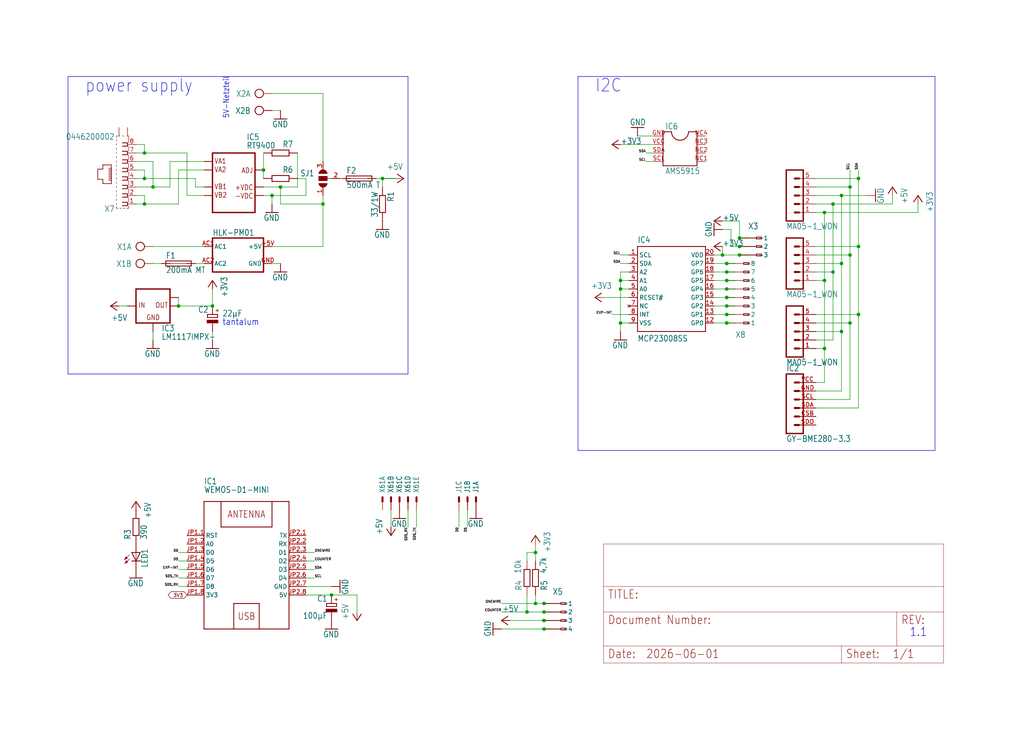
<source format=kicad_sch>
(kicad_sch (version 20230121) (generator eeschema)
  (paper "User" 305.994 218.491)
  (lib_symbols
    (symbol "UniSeb8266-eagle-import:+3V3" (power)
      (property "Value" "+3V3" (at -2.54 -5.08 90))
      (symbol "+3V3_1_0"
        (pin power_in line (at 0 -2.54 90) (length 2.54) (name "+3V3") (number "1"))
      )
    )
    (symbol "UniSeb8266-eagle-import:+5V" (power)
      (property "Value" "+5V" (at -2.54 -5.08 90))
      (symbol "+5V_1_0"
        (pin power_in line (at 0 -2.54 90) (length 2.54) (name "+5V") (number "1"))
      )
    )
    (symbol "UniSeb8266-eagle-import:0446200002"
      (property "Reference" "X" (at 3.81 10.668 0))
      (symbol "0446200002_1_0"
        (pin passive line (at -2.54 10.16 0) (length 2.54) (name "1") (number "1"))
        (pin passive line (at -2.54 7.62 0) (length 2.54) (name "2") (number "2"))
        (pin passive line (at -2.54 5.08 0) (length 2.54) (name "3") (number "3"))
        (pin passive line (at -2.54 2.54 0) (length 2.54) (name "4") (number "4"))
        (pin passive line (at -2.54 0 0) (length 2.54) (name "5") (number "5"))
        (pin passive line (at -2.54 -2.54 0) (length 2.54) (name "6") (number "6"))
        (pin passive line (at -2.54 -5.08 0) (length 2.54) (name "7") (number "7"))
        (pin passive line (at -2.54 -7.62 0) (length 2.54) (name "8") (number "8"))
        (pin passive line (at 0 -12.7 90) (length 2.54) (name "S1") (number "S@1"))
        (pin passive line (at 2.54 -12.7 90) (length 2.54) (name "S2") (number "S@2"))
      )
    )
    (symbol "UniSeb8266-eagle-import:22-?-0327-2031"
      (property "Reference" "J" (at 2.54 -0.762 0))
      (symbol "22-?-0327-2031_1_0"
        (pin passive line (at -2.54 0 0) (length 2.54) (name "S") (number "1"))
      )
      (symbol "22-?-0327-2031_2_0"
        (pin passive line (at -2.54 0 0) (length 2.54) (name "S") (number "2"))
      )
      (symbol "22-?-0327-2031_3_0"
        (pin passive line (at -2.54 0 0) (length 2.54) (name "S") (number "3"))
      )
    )
    (symbol "UniSeb8266-eagle-import:233-503"
      (property "Reference" "X" (at -5.08 5.08 0))
      (symbol "233-503_1_0"
        (pin passive line (at -5.08 2.54 0) (length 2.54) (name "-1") (number "A1"))
        (pin passive line (at -5.08 0 0) (length 2.54) (name "-2") (number "A2"))
        (pin passive line (at -5.08 -2.54 0) (length 2.54) (name "-3") (number "A3"))
        (pin passive line (at -7.62 2.54 0) (length 2.54) (name "B-1") (number "B1"))
        (pin passive line (at -7.62 0 0) (length 2.54) (name "B-2") (number "B2"))
        (pin passive line (at -7.62 -2.54 0) (length 2.54) (name "B-3") (number "B3"))
      )
    )
    (symbol "UniSeb8266-eagle-import:233-504"
      (property "Reference" "X" (at -5.08 5.08 0))
      (symbol "233-504_1_0"
        (pin passive line (at -5.08 2.54 0) (length 2.54) (name "-1") (number "A1"))
        (pin passive line (at -5.08 0 0) (length 2.54) (name "-2") (number "A2"))
        (pin passive line (at -5.08 -2.54 0) (length 2.54) (name "-3") (number "A3"))
        (pin passive line (at -5.08 -5.08 0) (length 2.54) (name "-4") (number "A4"))
        (pin passive line (at -7.62 2.54 0) (length 2.54) (name "B-1") (number "B1"))
        (pin passive line (at -7.62 0 0) (length 2.54) (name "B-2") (number "B2"))
        (pin passive line (at -7.62 -2.54 0) (length 2.54) (name "B-3") (number "B3"))
        (pin passive line (at -7.62 -5.08 0) (length 2.54) (name "B-4") (number "B4"))
      )
    )
    (symbol "UniSeb8266-eagle-import:233-508"
      (property "Reference" "X" (at -5.08 10.16 0))
      (symbol "233-508_1_0"
        (pin passive line (at -5.08 7.62 0) (length 2.54) (name "-1") (number "A1"))
        (pin passive line (at -5.08 5.08 0) (length 2.54) (name "-2") (number "A2"))
        (pin passive line (at -5.08 2.54 0) (length 2.54) (name "-3") (number "A3"))
        (pin passive line (at -5.08 0 0) (length 2.54) (name "-4") (number "A4"))
        (pin passive line (at -5.08 -2.54 0) (length 2.54) (name "-5") (number "A5"))
        (pin passive line (at -5.08 -5.08 0) (length 2.54) (name "-6") (number "A6"))
        (pin passive line (at -5.08 -7.62 0) (length 2.54) (name "-7") (number "A7"))
        (pin passive line (at -5.08 -10.16 0) (length 2.54) (name "-8") (number "A8"))
        (pin passive line (at -7.62 7.62 0) (length 2.54) (name "B-1") (number "B1"))
        (pin passive line (at -7.62 5.08 0) (length 2.54) (name "B-2") (number "B2"))
        (pin passive line (at -7.62 2.54 0) (length 2.54) (name "B-3") (number "B3"))
        (pin passive line (at -7.62 0 0) (length 2.54) (name "B-4") (number "B4"))
        (pin passive line (at -7.62 -2.54 0) (length 2.54) (name "B-5") (number "B5"))
        (pin passive line (at -7.62 -5.08 0) (length 2.54) (name "B-6") (number "B6"))
        (pin passive line (at -7.62 -7.62 0) (length 2.54) (name "B-7") (number "B7"))
        (pin passive line (at -7.62 -10.16 0) (length 2.54) (name "B-8") (number "B8"))
      )
    )
    (symbol "UniSeb8266-eagle-import:AK500/2"
      (property "Reference" "X" (at -1.27 0.889 0))
      (symbol "AK500/2_1_0"
        (pin passive line (at 5.08 0 180) (length 2.54) (name "KL") (number "1"))
      )
      (symbol "AK500/2_2_0"
        (pin passive line (at 5.08 0 180) (length 2.54) (name "KL") (number "2"))
      )
    )
    (symbol "UniSeb8266-eagle-import:AMS5915"
      (property "Reference" "IC" (at -4.445 6.985 0))
      (symbol "AMS5915_1_0"
        (pin passive line (at -7.62 5.08 0) (length 2.54) (name "1") (number "GND"))
        (pin passive line (at 7.62 -2.54 180) (length 2.54) (name "5") (number "NC1"))
        (pin passive line (at 7.62 0 180) (length 2.54) (name "6") (number "NC2"))
        (pin passive line (at 7.62 2.54 180) (length 2.54) (name "7") (number "NC3"))
        (pin passive line (at 7.62 5.08 180) (length 2.54) (name "8") (number "NC4"))
        (pin passive line (at -7.62 -2.54 0) (length 2.54) (name "4") (number "SCL"))
        (pin passive line (at -7.62 0 0) (length 2.54) (name "3") (number "SDA"))
        (pin passive line (at -7.62 2.54 0) (length 2.54) (name "2") (number "VCC"))
      )
    )
    (symbol "UniSeb8266-eagle-import:CPOL-EUE2.5-6"
      (property "Reference" "C" (at 1.143 0.4826 0))
      (symbol "CPOL-EUE2.5-6_1_0"
        (text "+" (at -0.5842 0.4064 900) (effects (font (size 1.27 1.0795)) (justify left bottom)))
        (pin passive line (at 0 2.54 270) (length 2.54) (name "+") (number "+"))
        (pin passive line (at 0 -5.08 90) (length 2.54) (name "-") (number "-"))
      )
    )
    (symbol "UniSeb8266-eagle-import:DINA4_L"
      (symbol "DINA4_L_2_0"
        (text "${#}/${##}" (at 86.36 1.27 0) (effects (font (size 2.54 2.159)) (justify left bottom)))
        (text "${CURRENT_DATE}" (at 12.7 1.27 0) (effects (font (size 2.54 2.159)) (justify left bottom)))
        (text "${PROJECTNAME}" (at 17.78 19.05 0) (effects (font (size 2.54 2.159)) (justify left bottom)))
        (text "Date:" (at 1.27 1.27 0) (effects (font (size 2.54 2.159)) (justify left bottom)))
        (text "Document Number:" (at 1.27 11.43 0) (effects (font (size 2.54 2.159)) (justify left bottom)))
        (text "REV:" (at 88.9 11.43 0) (effects (font (size 2.54 2.159)) (justify left bottom)))
        (text "Sheet:" (at 72.39 1.27 0) (effects (font (size 2.54 2.159)) (justify left bottom)))
        (text "TITLE:" (at 1.27 19.05 0) (effects (font (size 2.54 2.159)) (justify left bottom)))
      )
    )
    (symbol "UniSeb8266-eagle-import:GND" (power)
      (property "Value" "GND" (at -2.54 -2.54 0))
      (symbol "GND_1_0"
        (pin power_in line (at 0 2.54 270) (length 2.54) (name "GND") (number "1"))
      )
    )
    (symbol "UniSeb8266-eagle-import:GY-BME280-3.3"
      (property "Reference" "IC" (at -1.27 8.382 0))
      (symbol "GY-BME280-3.3_1_0"
        (pin passive line (at 7.62 -5.08 180) (length 5.08) (name "CSB") (number "CSB"))
        (pin passive line (at 7.62 2.54 180) (length 5.08) (name "GND") (number "GND"))
        (pin passive line (at 7.62 0 180) (length 5.08) (name "SCL") (number "SCL"))
        (pin passive line (at 7.62 -2.54 180) (length 5.08) (name "SDA") (number "SDA"))
        (pin passive line (at 7.62 -7.62 180) (length 5.08) (name "SDO") (number "SDO"))
        (pin passive line (at 7.62 5.08 180) (length 5.08) (name "VCC") (number "VCC"))
      )
    )
    (symbol "UniSeb8266-eagle-import:HLK-PM01"
      (symbol "HLK-PM01_1_0"
        (pin passive line (at 10.16 2.54 180) (length 2.54) (name "+5V") (number "+5V"))
        (pin input line (at -10.16 2.54 0) (length 2.54) (name "AC1") (number "AC1"))
        (pin input line (at -10.16 -2.54 0) (length 2.54) (name "AC2") (number "AC2"))
        (pin passive line (at 10.16 -2.54 180) (length 2.54) (name "GND") (number "GND"))
      )
    )
    (symbol "UniSeb8266-eagle-import:JST-XH-05-PIN-LONG-PAD"
      (property "Reference" "X" (at 2.54 -0.762 0))
      (symbol "JST-XH-05-PIN-LONG-PAD_1_0"
        (pin passive line (at -2.54 0 0) (length 2.54) (name "S") (number "1"))
      )
      (symbol "JST-XH-05-PIN-LONG-PAD_2_0"
        (pin passive line (at -2.54 0 0) (length 2.54) (name "S") (number "2"))
      )
      (symbol "JST-XH-05-PIN-LONG-PAD_3_0"
        (pin passive line (at -2.54 0 0) (length 2.54) (name "S") (number "3"))
      )
      (symbol "JST-XH-05-PIN-LONG-PAD_4_0"
        (pin passive line (at -2.54 0 0) (length 2.54) (name "S") (number "4"))
      )
      (symbol "JST-XH-05-PIN-LONG-PAD_5_0"
        (pin passive line (at -2.54 0 0) (length 2.54) (name "S") (number "5"))
      )
    )
    (symbol "UniSeb8266-eagle-import:LED3MM"
      (property "Reference" "LED" (at 3.556 -4.572 90))
      (symbol "LED3MM_1_0"
        (pin passive line (at 0 2.54 270) (length 2.54) (name "A") (number "A"))
        (pin passive line (at 0 -5.08 90) (length 2.54) (name "C") (number "K"))
      )
    )
    (symbol "UniSeb8266-eagle-import:LM1117IMPX-"
      (property "Reference" "IC" (at 2.54 -7.62 0))
      (symbol "LM1117IMPX-_1_0"
        (text "GND" (at -2.032 -4.318 0) (effects (font (size 1.524 1.2954)) (justify left bottom)))
        (text "IN" (at -4.445 -0.635 0) (effects (font (size 1.524 1.2954)) (justify left bottom)))
        (text "OUT" (at 0.635 -0.635 0) (effects (font (size 1.524 1.2954)) (justify left bottom)))
        (pin input line (at 0 -7.62 90) (length 2.54) (name "GND") (number "1"))
        (pin passive line (at 7.62 0 180) (length 2.54) (name "OUT") (number "2"))
        (pin input line (at -7.62 0 0) (length 2.54) (name "IN") (number "3"))
        (pin passive line (at 7.62 2.54 180) (length 2.54) (name "OUT1") (number "TAB"))
      )
    )
    (symbol "UniSeb8266-eagle-import:MA05-1_WON"
      (symbol "MA05-1_WON_1_0"
        (pin passive line (at 7.62 -5.08 180) (length 5.08) (name "1") (number "1"))
        (pin passive line (at 7.62 -2.54 180) (length 5.08) (name "2") (number "2"))
        (pin passive line (at 7.62 0 180) (length 5.08) (name "3") (number "3"))
        (pin passive line (at 7.62 2.54 180) (length 5.08) (name "4") (number "4"))
        (pin passive line (at 7.62 5.08 180) (length 5.08) (name "5") (number "5"))
      )
    )
    (symbol "UniSeb8266-eagle-import:MCP23008SS"
      (property "Reference" "IC" (at -10.16 13.716 0))
      (symbol "MCP23008SS_1_0"
        (pin input line (at -12.7 10.16 0) (length 2.54) (name "SCL") (number "1"))
        (pin bidirectional line (at 12.7 -10.16 180) (length 2.54) (name "GP0") (number "12"))
        (pin bidirectional line (at 12.7 -7.62 180) (length 2.54) (name "GP1") (number "13"))
        (pin bidirectional line (at 12.7 -5.08 180) (length 2.54) (name "GP2") (number "14"))
        (pin bidirectional line (at 12.7 -2.54 180) (length 2.54) (name "GP3") (number "15"))
        (pin bidirectional line (at 12.7 0 180) (length 2.54) (name "GP4") (number "16"))
        (pin bidirectional line (at 12.7 2.54 180) (length 2.54) (name "GP5") (number "17"))
        (pin bidirectional line (at 12.7 5.08 180) (length 2.54) (name "GP6") (number "18"))
        (pin bidirectional line (at 12.7 7.62 180) (length 2.54) (name "GP7") (number "19"))
        (pin bidirectional line (at -12.7 7.62 0) (length 2.54) (name "SDA") (number "2"))
        (pin power_in line (at 12.7 10.16 180) (length 2.54) (name "VDD") (number "20"))
        (pin input line (at -12.7 5.08 0) (length 2.54) (name "A2") (number "3"))
        (pin input line (at -12.7 2.54 0) (length 2.54) (name "A1") (number "4"))
        (pin input line (at -12.7 0 0) (length 2.54) (name "A0") (number "5"))
        (pin input line (at -12.7 -2.54 0) (length 2.54) (name "RESET#") (number "6"))
        (pin no_connect line (at -12.7 -5.08 0) (length 2.54) (name "NC") (number "7"))
        (pin output line (at -12.7 -7.62 0) (length 2.54) (name "INT") (number "8"))
        (pin power_in line (at -12.7 -10.16 0) (length 2.54) (name "VSS") (number "9"))
      )
    )
    (symbol "UniSeb8266-eagle-import:R-EU_R1206"
      (property "Reference" "R" (at -3.81 1.4986 0))
      (symbol "R-EU_R1206_1_0"
        (pin passive line (at -5.08 0 0) (length 2.54) (name "1") (number "1"))
        (pin passive line (at 5.08 0 180) (length 2.54) (name "2") (number "2"))
      )
    )
    (symbol "UniSeb8266-eagle-import:RT9400"
      (property "Reference" "IC" (at 5.08 19.05 0))
      (symbol "RT9400_1_0"
        (text "+VDC" (at 7.112 5.842 0) (effects (font (size 1.524 1.2954)) (justify right top)))
        (text "-VDC" (at 7.112 3.302 0) (effects (font (size 1.524 1.2954)) (justify right top)))
        (text "ADJ" (at 7.112 10.922 0) (effects (font (size 1.524 1.2954)) (justify right top)))
        (text "VA1" (at -4.572 11.938 0) (effects (font (size 1.524 1.2954)) (justify left bottom)))
        (text "VA2" (at -4.572 9.398 0) (effects (font (size 1.524 1.2954)) (justify left bottom)))
        (text "VB1" (at -4.572 4.318 0) (effects (font (size 1.524 1.2954)) (justify left bottom)))
        (text "VB2" (at -4.572 1.778 0) (effects (font (size 1.524 1.2954)) (justify left bottom)))
        (pin input line (at -7.62 12.7 0) (length 2.54) (name "VA1") (number "P$1"))
        (pin input line (at -7.62 10.16 0) (length 2.54) (name "VA2") (number "P$2"))
        (pin input line (at -7.62 5.08 0) (length 2.54) (name "VB1") (number "P$3"))
        (pin input line (at -7.62 2.54 0) (length 2.54) (name "VB2") (number "P$4"))
        (pin output line (at 10.16 2.54 180) (length 2.54) (name "-VDC") (number "P$5"))
        (pin output line (at 10.16 5.08 180) (length 2.54) (name "+VDC") (number "P$6"))
        (pin output line (at 10.16 10.16 180) (length 2.54) (name "ADJ") (number "P$7"))
      )
    )
    (symbol "UniSeb8266-eagle-import:SJ2W"
      (property "Reference" "SJ" (at 2.54 0.381 0))
      (symbol "SJ2W_1_0"
        (pin passive line (at 0 5.08 270) (length 2.54) (name "1") (number "1"))
        (pin passive line (at -5.08 0 0) (length 2.54) (name "2") (number "2"))
        (pin passive line (at 0 -5.08 90) (length 2.54) (name "3") (number "3"))
      )
    )
    (symbol "UniSeb8266-eagle-import:TR5"
      (property "Reference" "F" (at -3.81 1.397 0))
      (symbol "TR5_1_0"
        (pin passive line (at -5.08 0 0) (length 2.54) (name "1") (number "1"))
        (pin passive line (at 5.08 0 180) (length 2.54) (name "2") (number "2"))
      )
    )
    (symbol "UniSeb8266-eagle-import:WEMOS-D1-MINI"
      (property "Reference" "IC" (at -12.7 25.4 0))
      (symbol "WEMOS-D1-MINI_1_0"
        (text "ANTENNA" (at 0 16.51 0) (effects (font (size 2.032 1.7272))))
        (text "USB" (at 0 -13.97 0) (effects (font (size 2.032 1.7272))))
        (pin bidirectional line (at -17.78 10.16 0) (length 5.08) (name "RST") (number "JP1.1"))
        (pin bidirectional line (at -17.78 7.62 0) (length 5.08) (name "A0") (number "JP1.2"))
        (pin bidirectional line (at -17.78 5.08 0) (length 5.08) (name "D0") (number "JP1.3"))
        (pin bidirectional line (at -17.78 2.54 0) (length 5.08) (name "D5") (number "JP1.4"))
        (pin bidirectional line (at -17.78 0 0) (length 5.08) (name "D6") (number "JP1.5"))
        (pin bidirectional line (at -17.78 -2.54 0) (length 5.08) (name "D7") (number "JP1.6"))
        (pin bidirectional line (at -17.78 -5.08 0) (length 5.08) (name "D8") (number "JP1.7"))
        (pin power_in line (at -17.78 -7.62 0) (length 5.08) (name "3V3") (number "JP1.8"))
        (pin bidirectional line (at 17.78 10.16 180) (length 5.08) (name "TX") (number "JP2.1"))
        (pin bidirectional line (at 17.78 7.62 180) (length 5.08) (name "RX") (number "JP2.2"))
        (pin bidirectional line (at 17.78 5.08 180) (length 5.08) (name "D1") (number "JP2.3"))
        (pin bidirectional line (at 17.78 2.54 180) (length 5.08) (name "D2") (number "JP2.4"))
        (pin bidirectional line (at 17.78 0 180) (length 5.08) (name "D3") (number "JP2.5"))
        (pin bidirectional line (at 17.78 -2.54 180) (length 5.08) (name "D4") (number "JP2.6"))
        (pin power_in line (at 17.78 -5.08 180) (length 5.08) (name "GND") (number "JP2.7"))
        (pin power_in line (at 17.78 -7.62 180) (length 5.08) (name "5V") (number "JP2.8"))
      )
    )
    (symbol "UniSeb8266-eagle-import:resistor_R-EU_0613/5V"
      (property "Reference" "R" (at -3.81 1.4986 0))
      (symbol "resistor_R-EU_0613/5V_1_0"
        (pin passive line (at -5.08 0 0) (length 2.54) (name "1") (number "1"))
        (pin passive line (at 5.08 0 180) (length 2.54) (name "2") (number "2"))
      )
    )
  )
  (junction (at 217.17 81.28))
  (junction (at 162.56 182.88))
  (junction (at 217.17 93.98))
  (junction (at 81.28 58.42))
  (junction (at 251.46 78.74))
  (junction (at 53.34 91.44))
  (junction (at 78.74 50.8))
  (junction (at 256.54 73.66))
  (junction (at 256.54 93.98))
  (junction (at 63.5 91.44))
  (junction (at 114.3 53.34))
  (junction (at 217.17 86.36))
  (junction (at 248.92 60.96))
  (junction (at 251.46 99.06))
  (junction (at 251.46 58.42))
  (junction (at 220.98 73.66))
  (junction (at 99.06 177.8))
  (junction (at 220.98 71.12))
  (junction (at 220.98 76.2))
  (junction (at 45.72 55.88))
  (junction (at 96.52 60.96))
  (junction (at 217.17 91.44))
  (junction (at 157.48 182.88))
  (junction (at 43.18 53.34))
  (junction (at 217.17 88.9))
  (junction (at 254 76.2))
  (junction (at 254 55.88))
  (junction (at 162.56 180.34))
  (junction (at 246.38 63.5))
  (junction (at 246.38 83.82))
  (junction (at 160.02 165.1))
  (junction (at 43.18 45.72))
  (junction (at 217.17 96.52))
  (junction (at 43.18 60.96))
  (junction (at 162.56 185.42))
  (junction (at 246.38 104.14))
  (junction (at 215.9 76.2))
  (junction (at 185.42 96.52))
  (junction (at 83.82 55.88))
  (junction (at 254 96.52))
  (junction (at 248.92 81.28))
  (junction (at 185.42 83.82))
  (junction (at 217.17 78.74))
  (junction (at 217.17 83.82))
  (junction (at 256.54 53.34))
  (junction (at 162.56 187.96))
  (junction (at 160.02 180.34))
  (junction (at 185.42 86.36))
  (wire (pts (xy 91.44 53.34) (xy 88.9 53.34)) (stroke (width 0.1524)))
  (wire (pts (xy 162.56 182.88) (xy 157.48 182.88)) (stroke (width 0.1524)))
  (wire (pts (xy 160.02 165.1) (xy 157.48 165.1)) (stroke (width 0.1524)))
  (wire (pts (xy 243.84 121.92) (xy 256.54 121.92)) (stroke (width 0.1524)))
  (wire (pts (xy 58.42 55.88) (xy 60.96 55.88)) (stroke (width 0.1524)))
  (wire (pts (xy 91.44 175.26) (xy 99.06 175.26)) (stroke (width 0.1524)))
  (wire (pts (xy 220.98 66.04) (xy 215.9 66.04)) (stroke (width 0.1524)))
  (wire (pts (xy 217.17 86.36) (xy 219.71 86.36)))
  (wire (pts (xy 45.72 99.06) (xy 45.72 101.6)) (stroke (width 0.1524)))
  (wire (pts (xy 251.46 78.74) (xy 243.84 78.74)) (stroke (width 0.1524)))
  (wire (pts (xy 81.28 73.66) (xy 96.52 73.66)) (stroke (width 0.1524)))
  (wire (pts (xy 91.44 172.72) (xy 93.98 172.72)) (stroke (width 0.1524)))
  (wire (pts (xy 185.42 96.52) (xy 185.42 99.06)) (stroke (width 0.1524)))
  (wire (pts (xy 137.16 152.4) (xy 137.16 157.48)) (stroke (width 0.1524)))
  (wire (pts (xy 254 96.52) (xy 254 76.2)) (stroke (width 0.1524)))
  (wire (pts (xy 43.18 53.34) (xy 58.42 53.34)) (stroke (width 0.1524)))
  (wire (pts (xy 55.88 167.64) (xy 53.34 167.64)) (stroke (width 0.1524)))
  (wire (pts (xy 91.44 58.42) (xy 91.44 53.34)) (stroke (width 0.1524)))
  (wire (pts (xy 53.34 60.96) (xy 53.34 50.8)) (stroke (width 0.1524)))
  (wire (pts (xy 187.96 86.36) (xy 185.42 86.36)) (stroke (width 0.1524)))
  (wire (pts (xy 246.38 104.14) (xy 243.84 104.14)) (stroke (width 0.1524)))
  (wire (pts (xy 246.38 63.5) (xy 243.84 63.5)) (stroke (width 0.1524)))
  (wire (pts (xy 48.26 78.74) (xy 45.72 78.74)) (stroke (width 0.1524)))
  (wire (pts (xy 243.84 119.38) (xy 254 119.38)) (stroke (width 0.1524)))
  (wire (pts (xy 185.42 81.28) (xy 185.42 83.82)) (stroke (width 0.1524)))
  (wire (pts (xy 116.84 152.4) (xy 116.84 157.48)) (stroke (width 0.1524)))
  (polyline (pts (xy 279.4 134.62) (xy 279.4 22.86)) (stroke (width 0.1524) (type solid)))
  (wire (pts (xy 185.42 86.36) (xy 185.42 96.52)) (stroke (width 0.1524)))
  (wire (pts (xy 185.42 83.82) (xy 187.96 83.82)) (stroke (width 0.1524)))
  (wire (pts (xy 217.17 93.98) (xy 213.36 93.98)) (stroke (width 0.1524)))
  (wire (pts (xy 215.9 68.58) (xy 218.44 68.58)) (stroke (width 0.1524)))
  (wire (pts (xy 81.28 78.74) (xy 83.82 78.74)) (stroke (width 0.1524)))
  (wire (pts (xy 152.4 185.42) (xy 162.56 185.42)) (stroke (width 0.1524)))
  (wire (pts (xy 43.18 43.18) (xy 43.18 45.72)) (stroke (width 0.1524)))
  (wire (pts (xy 187.96 81.28) (xy 185.42 81.28)) (stroke (width 0.1524)))
  (polyline (pts (xy 20.32 22.86) (xy 20.32 111.76)) (stroke (width 0.1524) (type solid)))
  (wire (pts (xy 106.68 177.8) (xy 106.68 182.88)) (stroke (width 0.1524)))
  (wire (pts (xy 195.58 48.26) (xy 193.04 48.26)) (stroke (width 0.1524)))
  (polyline (pts (xy 121.92 111.76) (xy 121.92 22.86)) (stroke (width 0.1524) (type solid)))
  (wire (pts (xy 45.72 55.88) (xy 40.64 55.88)) (stroke (width 0.1524)))
  (wire (pts (xy 259.08 58.42) (xy 251.46 58.42)) (stroke (width 0.1524)))
  (wire (pts (xy 160.02 162.56) (xy 160.02 165.1)) (stroke (width 0.1524)))
  (wire (pts (xy 38.1 91.44) (xy 35.56 91.44)) (stroke (width 0.1524)))
  (wire (pts (xy 53.34 50.8) (xy 60.96 50.8)) (stroke (width 0.1524)))
  (wire (pts (xy 63.5 91.44) (xy 63.5 86.36)) (stroke (width 0.1524)))
  (wire (pts (xy 246.38 114.3) (xy 246.38 104.14)) (stroke (width 0.1524)))
  (wire (pts (xy 58.42 78.74) (xy 60.96 78.74)) (stroke (width 0.1524)))
  (wire (pts (xy 78.74 50.8) (xy 78.74 45.72)) (stroke (width 0.1524)))
  (wire (pts (xy 162.56 185.42) (xy 165.1 185.42)))
  (wire (pts (xy 217.17 81.28) (xy 219.71 81.28)))
  (wire (pts (xy 91.44 167.64) (xy 93.98 167.64)) (stroke (width 0.1524)))
  (wire (pts (xy 274.32 63.5) (xy 274.32 60.96)) (stroke (width 0.1524)))
  (wire (pts (xy 215.9 73.66) (xy 215.9 76.2)) (stroke (width 0.1524)))
  (wire (pts (xy 220.98 71.12) (xy 223.52 71.12)))
  (wire (pts (xy 43.18 58.42) (xy 43.18 60.96)) (stroke (width 0.1524)))
  (wire (pts (xy 81.28 27.94) (xy 96.52 27.94)) (stroke (width 0.1524)))
  (wire (pts (xy 256.54 53.34) (xy 256.54 50.8)) (stroke (width 0.1524)))
  (wire (pts (xy 266.7 60.96) (xy 266.7 58.42)) (stroke (width 0.1524)))
  (wire (pts (xy 246.38 63.5) (xy 246.38 83.82)) (stroke (width 0.1524)))
  (wire (pts (xy 50.8 55.88) (xy 50.8 48.26)) (stroke (width 0.1524)))
  (wire (pts (xy 218.44 73.66) (xy 220.98 73.66)) (stroke (width 0.1524)))
  (wire (pts (xy 256.54 121.92) (xy 256.54 93.98)) (stroke (width 0.1524)))
  (wire (pts (xy 160.02 180.34) (xy 162.56 180.34)) (stroke (width 0.1524)))
  (wire (pts (xy 83.82 55.88) (xy 83.82 60.96)) (stroke (width 0.1524)))
  (wire (pts (xy 91.44 177.8) (xy 99.06 177.8)) (stroke (width 0.1524)))
  (wire (pts (xy 43.18 45.72) (xy 55.88 45.72)) (stroke (width 0.1524)))
  (wire (pts (xy 251.46 99.06) (xy 251.46 78.74)) (stroke (width 0.1524)))
  (wire (pts (xy 157.48 177.8) (xy 157.48 182.88)) (stroke (width 0.1524)))
  (wire (pts (xy 43.18 53.34) (xy 43.18 50.8)) (stroke (width 0.1524)))
  (wire (pts (xy 256.54 93.98) (xy 256.54 73.66)) (stroke (width 0.1524)))
  (wire (pts (xy 187.96 96.52) (xy 185.42 96.52)) (stroke (width 0.1524)))
  (wire (pts (xy 217.17 81.28) (xy 213.36 81.28)) (stroke (width 0.1524)))
  (wire (pts (xy 157.48 165.1) (xy 157.48 167.64)) (stroke (width 0.1524)))
  (wire (pts (xy 96.52 73.66) (xy 96.52 60.96)) (stroke (width 0.1524)))
  (wire (pts (xy 256.54 73.66) (xy 243.84 73.66)) (stroke (width 0.1524)))
  (wire (pts (xy 254 55.88) (xy 254 76.2)) (stroke (width 0.1524)))
  (wire (pts (xy 248.92 60.96) (xy 266.7 60.96)) (stroke (width 0.1524)))
  (polyline (pts (xy 121.92 22.86) (xy 20.32 22.86)) (stroke (width 0.1524) (type solid)))
  (wire (pts (xy 243.84 114.3) (xy 246.38 114.3)) (stroke (width 0.1524)))
  (wire (pts (xy 161.925 185.42) (xy 162.56 185.42)))
  (wire (pts (xy 157.48 182.88) (xy 149.86 182.88)) (stroke (width 0.1524)))
  (wire (pts (xy 45.72 73.66) (xy 60.96 73.66)) (stroke (width 0.1524)))
  (wire (pts (xy 243.84 93.98) (xy 256.54 93.98)) (stroke (width 0.1524)))
  (wire (pts (xy 88.9 55.88) (xy 83.82 55.88)) (stroke (width 0.1524)))
  (polyline (pts (xy 172.72 22.86) (xy 172.72 134.62)) (stroke (width 0.1524) (type solid)))
  (wire (pts (xy 217.17 88.9) (xy 219.71 88.9)))
  (polyline (pts (xy 172.72 134.62) (xy 279.4 134.62)) (stroke (width 0.1524) (type solid)))
  (wire (pts (xy 81.28 33.02) (xy 83.82 33.02)) (stroke (width 0.1524)))
  (wire (pts (xy 45.72 48.26) (xy 45.72 55.88)) (stroke (width 0.1524)))
  (wire (pts (xy 217.17 93.98) (xy 219.71 93.98)))
  (wire (pts (xy 160.02 180.34) (xy 149.86 180.34)) (stroke (width 0.1524)))
  (wire (pts (xy 55.88 175.26) (xy 53.34 175.26)) (stroke (width 0.1524)))
  (wire (pts (xy 78.74 55.88) (xy 83.82 55.88)) (stroke (width 0.1524)))
  (wire (pts (xy 78.74 58.42) (xy 81.28 58.42)) (stroke (width 0.1524)))
  (wire (pts (xy 55.88 58.42) (xy 60.96 58.42)) (stroke (width 0.1524)))
  (wire (pts (xy 162.56 187.96) (xy 165.1 187.96)))
  (wire (pts (xy 246.38 63.5) (xy 274.32 63.5)) (stroke (width 0.1524)))
  (wire (pts (xy 160.02 167.64) (xy 160.02 165.1)) (stroke (width 0.1524)))
  (wire (pts (xy 43.18 45.72) (xy 40.64 45.72)) (stroke (width 0.1524)))
  (wire (pts (xy 96.52 27.94) (xy 96.52 48.26)) (stroke (width 0.1524)))
  (wire (pts (xy 162.56 180.34) (xy 165.1 180.34)))
  (wire (pts (xy 43.18 60.96) (xy 40.64 60.96)) (stroke (width 0.1524)))
  (wire (pts (xy 96.52 60.96) (xy 96.52 58.42)) (stroke (width 0.1524)))
  (wire (pts (xy 55.88 165.1) (xy 53.34 165.1)) (stroke (width 0.1524)))
  (wire (pts (xy 40.64 58.42) (xy 43.18 58.42)) (stroke (width 0.1524)))
  (wire (pts (xy 124.46 152.4) (xy 124.46 157.48)) (stroke (width 0.1524)))
  (wire (pts (xy 195.58 45.72) (xy 193.04 45.72)) (stroke (width 0.1524)))
  (wire (pts (xy 243.84 81.28) (xy 248.92 81.28)) (stroke (width 0.1524)))
  (wire (pts (xy 217.17 88.9) (xy 213.36 88.9)) (stroke (width 0.1524)))
  (wire (pts (xy 215.9 76.2) (xy 220.98 76.2)) (stroke (width 0.1524)))
  (wire (pts (xy 139.7 152.4) (xy 139.7 157.48)) (stroke (width 0.1524)))
  (wire (pts (xy 99.06 177.8) (xy 106.68 177.8)) (stroke (width 0.1524)))
  (wire (pts (xy 43.18 60.96) (xy 53.34 60.96)) (stroke (width 0.1524)))
  (wire (pts (xy 58.42 53.34) (xy 58.42 55.88)) (stroke (width 0.1524)))
  (wire (pts (xy 243.84 101.6) (xy 248.92 101.6)) (stroke (width 0.1524)))
  (wire (pts (xy 55.88 170.18) (xy 53.34 170.18)) (stroke (width 0.1524)))
  (wire (pts (xy 91.44 170.18) (xy 93.98 170.18)) (stroke (width 0.1524)))
  (wire (pts (xy 114.3 53.34) (xy 114.3 55.88)) (stroke (width 0.1524)))
  (wire (pts (xy 53.34 91.44) (xy 63.5 91.44)) (stroke (width 0.1524)))
  (wire (pts (xy 256.54 53.34) (xy 256.54 73.66)) (stroke (width 0.1524)))
  (wire (pts (xy 81.28 58.42) (xy 81.28 60.96)) (stroke (width 0.1524)))
  (wire (pts (xy 220.98 73.66) (xy 223.52 73.66)))
  (wire (pts (xy 243.84 55.88) (xy 254 55.88)) (stroke (width 0.1524)))
  (wire (pts (xy 217.17 78.74) (xy 219.71 78.74)))
  (wire (pts (xy 185.42 86.36) (xy 185.42 83.82)) (stroke (width 0.1524)))
  (wire (pts (xy 101.6 53.34) (xy 102.235 53.34)) (stroke (width 0.1524)))
  (wire (pts (xy 251.46 78.74) (xy 251.46 58.42)) (stroke (width 0.1524)))
  (wire (pts (xy 121.92 152.4) (xy 121.92 157.48)) (stroke (width 0.1524)))
  (wire (pts (xy 83.82 60.96) (xy 96.52 60.96)) (stroke (width 0.1524)))
  (wire (pts (xy 50.8 48.26) (xy 60.96 48.26)) (stroke (width 0.1524)))
  (wire (pts (xy 165.1 182.88) (xy 162.56 182.88)))
  (wire (pts (xy 254 119.38) (xy 254 96.52)) (stroke (width 0.1524)))
  (wire (pts (xy 254 76.2) (xy 243.84 76.2)) (stroke (width 0.1524)))
  (wire (pts (xy 187.96 76.2) (xy 185.42 76.2)) (stroke (width 0.1524)))
  (wire (pts (xy 243.84 99.06) (xy 251.46 99.06)) (stroke (width 0.1524)))
  (wire (pts (xy 220.98 71.12) (xy 220.98 66.04)) (stroke (width 0.1524)))
  (wire (pts (xy 217.17 78.74) (xy 213.36 78.74)) (stroke (width 0.1524)))
  (wire (pts (xy 160.02 177.8) (xy 160.02 180.34)) (stroke (width 0.1524)))
  (wire (pts (xy 43.18 50.8) (xy 40.64 50.8)) (stroke (width 0.1524)))
  (wire (pts (xy 243.84 96.52) (xy 254 96.52)) (stroke (width 0.1524)))
  (wire (pts (xy 190.5 40.64) (xy 195.58 40.64)) (stroke (width 0.1524)))
  (wire (pts (xy 40.64 43.18) (xy 43.18 43.18)) (stroke (width 0.1524)))
  (wire (pts (xy 187.96 93.98) (xy 182.88 93.98)) (stroke (width 0.1524)))
  (wire (pts (xy 118.11 53.34) (xy 114.3 53.34)))
  (wire (pts (xy 217.17 96.52) (xy 213.36 96.52)) (stroke (width 0.1524)))
  (wire (pts (xy 185.42 43.18) (xy 195.58 43.18)) (stroke (width 0.1524)))
  (wire (pts (xy 53.34 88.9) (xy 53.34 91.44)) (stroke (width 0.1524)))
  (wire (pts (xy 88.9 45.72) (xy 88.9 55.88)) (stroke (width 0.1524)))
  (wire (pts (xy 243.84 116.84) (xy 251.46 116.84)) (stroke (width 0.1524)))
  (wire (pts (xy 162.56 187.96) (xy 149.86 187.96)) (stroke (width 0.1524)))
  (wire (pts (xy 248.92 101.6) (xy 248.92 81.28)) (stroke (width 0.1524)))
  (wire (pts (xy 40.64 48.26) (xy 45.72 48.26)) (stroke (width 0.1524)))
  (wire (pts (xy 78.74 53.34) (xy 78.74 50.8)) (stroke (width 0.1524)))
  (wire (pts (xy 112.395 53.34) (xy 114.3 53.34)))
  (wire (pts (xy 248.92 81.28) (xy 248.92 60.96)) (stroke (width 0.1524)))
  (wire (pts (xy 45.72 55.88) (xy 50.8 55.88)) (stroke (width 0.1524)))
  (wire (pts (xy 243.84 58.42) (xy 251.46 58.42)) (stroke (width 0.1524)))
  (wire (pts (xy 114.3 53.34) (xy 118.11 53.34)) (stroke (width 0.1524)))
  (wire (pts (xy 254 50.8) (xy 254 55.88)) (stroke (width 0.1524)))
  (wire (pts (xy 40.64 53.34) (xy 43.18 53.34)) (stroke (width 0.1524)))
  (wire (pts (xy 187.96 78.74) (xy 185.42 78.74)) (stroke (width 0.1524)))
  (wire (pts (xy 243.84 53.34) (xy 256.54 53.34)) (stroke (width 0.1524)))
  (wire (pts (xy 217.17 91.44) (xy 219.71 91.44)))
  (wire (pts (xy 217.17 96.52) (xy 219.71 96.52)))
  (wire (pts (xy 243.84 60.96) (xy 248.92 60.96)) (stroke (width 0.1524)))
  (wire (pts (xy 55.88 172.72) (xy 53.34 172.72)) (stroke (width 0.1524)))
  (wire (pts (xy 217.17 83.82) (xy 213.36 83.82)) (stroke (width 0.1524)))
  (wire (pts (xy 91.44 165.1) (xy 93.98 165.1)) (stroke (width 0.1524)))
  (wire (pts (xy 217.17 91.44) (xy 213.36 91.44)) (stroke (width 0.1524)))
  (wire (pts (xy 246.38 83.82) (xy 243.84 83.82)) (stroke (width 0.1524)))
  (wire (pts (xy 81.28 58.42) (xy 91.44 58.42)) (stroke (width 0.1524)))
  (polyline (pts (xy 279.4 22.86) (xy 172.72 22.86)) (stroke (width 0.1524) (type solid)))
  (wire (pts (xy 218.44 68.58) (xy 218.44 73.66)) (stroke (width 0.1524)))
  (wire (pts (xy 246.38 83.82) (xy 246.38 104.14)) (stroke (width 0.1524)))
  (wire (pts (xy 63.5 101.6) (xy 63.5 99.06)) (stroke (width 0.1524)))
  (polyline (pts (xy 20.32 111.76) (xy 121.92 111.76)) (stroke (width 0.1524) (type solid)))
  (wire (pts (xy 55.88 45.72) (xy 55.88 58.42)) (stroke (width 0.1524)))
  (wire (pts (xy 217.17 83.82) (xy 219.71 83.82)))
  (wire (pts (xy 180.34 88.9) (xy 187.96 88.9)) (stroke (width 0.1524)))
  (wire (pts (xy 251.46 116.84) (xy 251.46 99.06)) (stroke (width 0.1524)))
  (wire (pts (xy 217.17 86.36) (xy 213.36 86.36)) (stroke (width 0.1524)))
  (wire (pts (xy 213.36 76.2) (xy 215.9 76.2)) (stroke (width 0.1524)))
  (wire (pts (xy 220.98 76.2) (xy 223.52 76.2)))
  (text "I2C" (at 177.8 27.94 0) (effects (font (size 3.81 3.2385)) (justify left bottom)))
  (text "5V-Netzteil" (at 68.58 35.56 90) (effects (font (size 1.6764 1.4249)) (justify left bottom)))
  (text "tantalum" (at 66.421 95.25 0) (effects (font (size 1.9304 1.6408)) (justify left top)))
  (text "power supply" (at 25.4 27.94 0) (effects (font (size 3.81 3.2385)) (justify left bottom)))
  (text "1.1" (at 271.78 190.5 0) (effects (font (size 2.54 2.159)) (justify left bottom)))
  (label "ONEWIRE" (at 149.86 180.34 180) (effects (font (size 0.7112 0.7112))))
  (label "EXP-INT" (at 182.88 93.98 180) (effects (font (size 0.7112 0.7112))))
  (label "D5" (at 139.7 157.48 270) (effects (font (size 0.7112 0.7112))))
  (label "EXP-INT" (at 53.34 170.18 180) (effects (font (size 0.7112 0.7112))))
  (label "ONEWIRE" (at 93.98 165.1 0) (effects (font (size 0.7112 0.7112))))
  (label "COUNTER" (at 149.86 182.88 180) (effects (font (size 0.7112 0.7112))))
  (label "D0" (at 53.34 165.1 180) (effects (font (size 0.7112 0.7112))))
  (label "SDS_RX" (at 121.92 157.48 270) (effects (font (size 0.7112 0.7112))))
  (label "SDA" (at 256.54 50.8 90) (effects (font (size 0.7112 0.7112))))
  (label "SCL" (at 254 50.8 90) (effects (font (size 0.7112 0.7112))))
  (label "SDA" (at 185.42 78.74 180) (effects (font (size 0.7112 0.7112))))
  (label "D5" (at 53.34 167.64 180) (effects (font (size 0.7112 0.7112))))
  (label "SCL" (at 193.04 48.26 180) (effects (font (size 0.7112 0.7112))))
  (label "SDS_TX" (at 124.46 157.48 270) (effects (font (size 0.7112 0.7112))))
  (label "SDA" (at 93.98 170.18 0) (effects (font (size 0.7112 0.7112))))
  (label "SCL" (at 185.42 76.2 180) (effects (font (size 0.7112 0.7112))))
  (label "COUNTER" (at 93.98 167.64 0) (effects (font (size 0.7112 0.7112))))
  (label "D0" (at 137.16 157.48 270) (effects (font (size 0.7112 0.7112))))
  (label "SDS_TX" (at 53.34 172.72 180) (effects (font (size 0.7112 0.7112))))
  (label "SDS_RX" (at 53.34 175.26 180) (effects (font (size 0.7112 0.7112))))
  (label "SCL" (at 93.98 172.72 0) (effects (font (size 0.7112 0.7112))))
  (label "SDA" (at 193.04 45.72 180) (effects (font (size 0.7112 0.7112))))
  (global_label "3V3" (shape bidirectional) (at 55.88 177.8 180) (effects (font (size 1.016 1.016))) (property "Intersheetrefs" "${INTERSHEET_REFS}" (effects hide)))
  (symbol (lib_id "UniSeb8266-eagle-import:GND") (at 81.28 63.5 0) (unit 1)
    (property "Reference" "#GND012" (effects hide))
    (property "Value" "GND" (at 78.74 66.04 0) (effects (font (size 1.778 1.5113)) (justify left bottom)))
  )
  (symbol (lib_id "UniSeb8266-eagle-import:MA05-1_WON") (at 236.22 58.42 0) (unit 1)
    (property "Reference" "I2C-1" (effects hide))
    (property "Value" "MA05-1_WON" (at 234.95 68.58 0) (effects (font (size 1.778 1.5113)) (justify left bottom)))
    (property "Footprint" "UniSeb8266:MA05-1_WON" (effects hide))
  )
  (symbol (lib_id "UniSeb8266-eagle-import:+5V") (at 33.02 91.44 90) (unit 1)
    (property "Reference" "#P+02" (effects hide))
    (property "Value" "+5V" (at 38.1 93.98 90) (effects (font (size 1.778 1.5113)) (justify left bottom)))
  )
  (symbol (lib_id "UniSeb8266-eagle-import:RT9400") (at 68.58 60.96 0) (unit 1)
    (property "Reference" "IC5" (at 73.66 41.91 0) (effects (font (size 1.778 1.5113)) (justify left bottom)))
    (property "Value" "RT9400" (at 73.66 44.45 0) (effects (font (size 1.778 1.5113)) (justify left bottom)))
    (property "Footprint" "UniSeb8266:RT9400" (effects hide))
  )
  (symbol (lib_id "UniSeb8266-eagle-import:resistor_R-EU_0613/5V") (at 114.3 60.96 270) (unit 1)
    (property "Reference" "R1" (at 115.7986 57.15 0) (effects (font (size 1.778 1.5113)) (justify left bottom)))
    (property "Value" "33/1W" (at 110.998 57.15 0) (effects (font (size 1.778 1.5113)) (justify left bottom)))
    (property "Footprint" "UniSeb8266:P0613V" (effects hide))
  )
  (symbol (lib_id "UniSeb8266-eagle-import:AMS5915") (at 203.2 45.72 0) (unit 1)
    (property "Reference" "IC6" (at 198.755 38.735 0) (effects (font (size 1.778 1.5113)) (justify left bottom)))
    (property "Value" "AMS5915" (at 198.755 52.07 0) (effects (font (size 1.778 1.5113)) (justify left bottom)))
    (property "Footprint" "UniSeb8266:AMS5915" (effects hide))
  )
  (symbol (lib_id "UniSeb8266-eagle-import:+5V") (at 116.84 160.02 0) (mirror x) (unit 1)
    (property "Reference" "#P+03" (effects hide))
    (property "Value" "+5V" (at 114.3 154.94 90) (effects (font (size 1.778 1.5113)) (justify left bottom)))
  )
  (symbol (lib_id "UniSeb8266-eagle-import:GND") (at 83.82 81.28 0) (unit 1)
    (property "Reference" "#GND01" (effects hide))
    (property "Value" "GND" (at 81.28 83.82 0) (effects (font (size 1.778 1.5113)) (justify left bottom)))
  )
  (symbol (lib_id "UniSeb8266-eagle-import:+3V3") (at 274.32 58.42 0) (mirror y) (unit 1)
    (property "Reference" "#+3V04" (effects hide))
    (property "Value" "+3V3" (at 276.86 63.5 90) (effects (font (size 1.778 1.5113)) (justify left bottom)))
  )
  (symbol (lib_id "UniSeb8266-eagle-import:MCP23008SS") (at 200.66 86.36 0) (unit 1)
    (property "Reference" "IC4" (at 190.5 72.644 0) (effects (font (size 1.778 1.5113)) (justify left bottom)))
    (property "Value" "MCP23008SS" (at 190.5 102.108 0) (effects (font (size 1.778 1.5113)) (justify left bottom)))
    (property "Footprint" "UniSeb8266:SSOP20" (effects hide))
  )
  (symbol (lib_id "UniSeb8266-eagle-import:GND") (at 261.62 58.42 90) (unit 1)
    (property "Reference" "#GND07" (effects hide))
    (property "Value" "GND" (at 264.16 60.96 0) (effects (font (size 1.778 1.5113)) (justify left bottom)))
  )
  (symbol (lib_id "UniSeb8266-eagle-import:GND") (at 101.6 175.26 90) (unit 1)
    (property "Reference" "#GND02" (effects hide))
    (property "Value" "GND" (at 104.14 177.8 0) (effects (font (size 1.778 1.5113)) (justify left bottom)))
  )
  (symbol (lib_id "UniSeb8266-eagle-import:R-EU_R1206") (at 160.02 172.72 90) (unit 1)
    (property "Reference" "R5" (at 163.6014 176.53 0) (effects (font (size 1.778 1.5113)) (justify left bottom)))
    (property "Value" "4,7k" (at 163.322 171.45 0) (effects (font (size 1.778 1.5113)) (justify left bottom)))
    (property "Footprint" "UniSeb8266:R1206" (effects hide))
  )
  (symbol (lib_id "UniSeb8266-eagle-import:+5V") (at 213.36 66.04 90) (mirror x) (unit 1)
    (property "Reference" "#P+05" (effects hide))
    (property "Value" "+5V" (at 215.9 66.04 90) (effects (font (size 1.778 1.5113)) (justify right bottom)))
  )
  (symbol (lib_id "UniSeb8266-eagle-import:GND") (at 114.3 68.58 0) (unit 1)
    (property "Reference" "#GND015" (effects hide))
    (property "Value" "GND" (at 111.76 71.12 0) (effects (font (size 1.778 1.5113)) (justify left bottom)))
  )
  (symbol (lib_id "UniSeb8266-eagle-import:+5V") (at 106.68 185.42 0) (mirror x) (unit 1)
    (property "Reference" "#P+01" (effects hide))
    (property "Value" "+5V" (at 104.14 180.34 90) (effects (font (size 1.778 1.5113)) (justify left bottom)))
  )
  (symbol (lib_id "UniSeb8266-eagle-import:LED3MM") (at 40.64 165.1 0) (unit 1)
    (property "Reference" "LED1" (at 44.196 169.672 90) (effects (font (size 1.778 1.5113)) (justify left bottom)))
    (property "Value" "LED3MM" (effects hide))
    (property "Footprint" "UniSeb8266:LED3MM" (effects hide))
  )
  (symbol (lib_id "UniSeb8266-eagle-import:233-508") (at 224.79 88.9 0) (mirror x) (unit 1)
    (property "Reference" "X8" (at 219.71 99.06 0) (effects (font (size 1.778 1.5113)) (justify left bottom)))
    (property "Value" "233-508" (effects hide))
    (property "Footprint" "UniSeb8266:233-508" (effects hide))
  )
  (symbol (lib_id "UniSeb8266-eagle-import:R-EU_R1206") (at 83.82 53.34 180) (unit 1)
    (property "Reference" "R6" (at 87.63 49.7586 0) (effects (font (size 1.778 1.5113)) (justify left bottom)))
    (property "Value" "R-EU_R1206" (effects hide))
    (property "Footprint" "UniSeb8266:R1206" (effects hide))
  )
  (symbol (lib_id "UniSeb8266-eagle-import:LM1117IMPX-") (at 45.72 91.44 0) (unit 1)
    (property "Reference" "IC3" (at 48.26 99.06 0) (effects (font (size 1.778 1.5113)) (justify left bottom)))
    (property "Value" "LM1117IMPX-" (at 48.26 101.6 0) (effects (font (size 1.778 1.5113)) (justify left bottom)))
    (property "Footprint" "UniSeb8266:SOT223" (effects hide))
  )
  (symbol (lib_id "UniSeb8266-eagle-import:R-EU_R1206") (at 83.82 45.72 180) (unit 1)
    (property "Reference" "R7" (at 87.63 42.1386 0) (effects (font (size 1.778 1.5113)) (justify left bottom)))
    (property "Value" "R-EU_R1206" (effects hide))
    (property "Footprint" "UniSeb8266:R1206" (effects hide))
  )
  (symbol (lib_id "UniSeb8266-eagle-import:CPOL-EUE2.5-6") (at 99.06 180.34 0) (mirror y) (unit 1)
    (property "Reference" "C1" (at 97.917 179.8574 0) (effects (font (size 1.778 1.5113)) (justify left bottom)))
    (property "Value" "100µF" (at 97.917 184.9374 0) (effects (font (size 1.778 1.5113)) (justify left bottom)))
    (property "Footprint" "UniSeb8266:E2,5-6" (effects hide))
  )
  (symbol (lib_id "UniSeb8266-eagle-import:R-EU_R1206") (at 157.48 172.72 90) (unit 1)
    (property "Reference" "R4" (at 155.9814 176.53 0) (effects (font (size 1.778 1.5113)) (justify left bottom)))
    (property "Value" "10k" (at 155.702 171.45 0) (effects (font (size 1.778 1.5113)) (justify left bottom)))
    (property "Footprint" "UniSeb8266:R1206" (effects hide))
  )
  (symbol (lib_id "UniSeb8266-eagle-import:AK500/2") (at 40.64 73.66 0) (unit 1)
    (property "Reference" "X1" (at 39.37 72.771 0) (effects (font (size 1.778 1.5113)) (justify right top)))
    (property "Value" "AK500/2" (effects hide))
    (property "Footprint" "UniSeb8266:AK500_2" (effects hide))
  )
  (symbol (lib_id "UniSeb8266-eagle-import:GY-BME280-3.3") (at 236.22 119.38 0) (unit 1)
    (property "Reference" "IC2" (at 234.95 110.998 0) (effects (font (size 1.778 1.5113)) (justify left bottom)))
    (property "Value" "GY-BME280-3.3" (at 234.95 132.08 0) (effects (font (size 1.778 1.5113)) (justify left bottom)))
    (property "Footprint" "UniSeb8266:GY-BME280-3.3" (effects hide))
  )
  (symbol (lib_id "UniSeb8266-eagle-import:AK500/2") (at 40.64 78.74 0) (unit 2)
    (property "Reference" "X1" (at 39.37 77.851 0) (effects (font (size 1.778 1.5113)) (justify right top)))
    (property "Value" "AK500/2" (effects hide))
    (property "Footprint" "UniSeb8266:AK500_2" (effects hide))
  )
  (symbol (lib_id "UniSeb8266-eagle-import:GND") (at 83.82 35.56 0) (unit 1)
    (property "Reference" "#GND04" (effects hide))
    (property "Value" "GND" (at 81.28 38.1 0) (effects (font (size 1.778 1.5113)) (justify left bottom)))
  )
  (symbol (lib_id "UniSeb8266-eagle-import:TR5") (at 107.315 53.34 0) (unit 1)
    (property "Reference" "F2" (at 103.505 51.943 0) (effects (font (size 1.778 1.5113)) (justify left bottom)))
    (property "Value" "500mA T" (at 103.505 56.261 0) (effects (font (size 1.778 1.5113)) (justify left bottom)))
    (property "Footprint" "UniSeb8266:TR5" (effects hide))
  )
  (symbol (lib_id "UniSeb8266-eagle-import:0446200002") (at 38.1 50.8 180) (unit 1)
    (property "Reference" "X7" (at 34.29 61.468 0) (effects (font (size 1.778 1.5113)) (justify left bottom)))
    (property "Value" "0446200002" (at 34.29 39.878 0) (effects (font (size 1.778 1.5113)) (justify left bottom)))
    (property "Footprint" "UniSeb8266:0446200002" (effects hide))
  )
  (symbol (lib_id "UniSeb8266-eagle-import:JST-XH-05-PIN-LONG-PAD") (at 114.3 149.86 90) (unit 1)
    (property "Reference" "X61" (at 115.062 147.32 0) (effects (font (size 1.524 1.2954)) (justify left bottom)))
    (property "Value" "JST-XH-05-PIN-LONG-PAD" (effects hide))
    (property "Footprint" "UniSeb8266:JST-XH-05-PACKAGE-LONG-PAD" (effects hide))
  )
  (symbol (lib_id "UniSeb8266-eagle-import:22-?-0327-2031") (at 137.16 149.86 90) (unit 3)
    (property "Reference" "J1" (at 137.922 147.32 0) (effects (font (size 1.524 1.2954)) (justify left bottom)))
    (property "Value" "22-?-0327-2031" (effects hide))
    (property "Footprint" "UniSeb8266:6410-03" (effects hide))
  )
  (symbol (lib_id "UniSeb8266-eagle-import:GND") (at 119.38 154.94 0) (unit 1)
    (property "Reference" "#GND03" (effects hide))
    (property "Value" "GND" (at 116.84 157.48 0) (effects (font (size 1.778 1.5113)) (justify left bottom)))
  )
  (symbol (lib_id "UniSeb8266-eagle-import:233-504") (at 170.18 182.88 0) (unit 1)
    (property "Reference" "X5" (at 165.1 177.8 0) (effects (font (size 1.778 1.5113)) (justify left bottom)))
    (property "Value" "233-504" (effects hide))
    (property "Footprint" "UniSeb8266:233-504" (effects hide))
  )
  (symbol (lib_id "UniSeb8266-eagle-import:WEMOS-D1-MINI") (at 73.66 170.18 0) (unit 1)
    (property "Reference" "IC1" (at 60.96 144.78 0) (effects (font (size 1.778 1.5113)) (justify left bottom)))
    (property "Value" "WEMOS-D1-MINI" (at 60.96 147.32 0) (effects (font (size 1.778 1.5113)) (justify left bottom)))
    (property "Footprint" "UniSeb8266:WEMOS-D1-MINI" (effects hide))
  )
  (symbol (lib_id "UniSeb8266-eagle-import:JST-XH-05-PIN-LONG-PAD") (at 124.46 149.86 90) (unit 5)
    (property "Reference" "X61" (at 125.222 147.32 0) (effects (font (size 1.524 1.2954)) (justify left bottom)))
    (property "Value" "JST-XH-05-PIN-LONG-PAD" (effects hide))
    (property "Footprint" "UniSeb8266:JST-XH-05-PACKAGE-LONG-PAD" (effects hide))
  )
  (symbol (lib_id "UniSeb8266-eagle-import:HLK-PM01") (at 71.12 76.2 0) (unit 1)
    (property "Reference" "U$2" (effects hide))
    (property "Value" "HLK-PM01" (at 63.5 70.485 0) (effects (font (size 1.778 1.5113)) (justify left bottom)))
    (property "Footprint" "UniSeb8266:HLK-PM01" (effects hide))
  )
  (symbol (lib_id "UniSeb8266-eagle-import:GND") (at 40.64 172.72 0) (unit 1)
    (property "Reference" "#GND013" (effects hide))
    (property "Value" "GND" (at 38.1 175.26 0) (effects (font (size 1.778 1.5113)) (justify left bottom)))
  )
  (symbol (lib_id "UniSeb8266-eagle-import:JST-XH-05-PIN-LONG-PAD") (at 119.38 149.86 90) (unit 3)
    (property "Reference" "X61" (at 120.142 147.32 0) (effects (font (size 1.524 1.2954)) (justify left bottom)))
    (property "Value" "JST-XH-05-PIN-LONG-PAD" (effects hide))
    (property "Footprint" "UniSeb8266:JST-XH-05-PACKAGE-LONG-PAD" (effects hide))
  )
  (symbol (lib_id "UniSeb8266-eagle-import:+5V") (at 266.7 55.88 0) (mirror y) (unit 1)
    (property "Reference" "#P+07" (effects hide))
    (property "Value" "+5V" (at 269.24 60.96 90) (effects (font (size 1.778 1.5113)) (justify left bottom)))
  )
  (symbol (lib_id "UniSeb8266-eagle-import:GND") (at 190.5 38.1 180) (unit 1)
    (property "Reference" "#GND014" (effects hide))
    (property "Value" "GND" (at 193.04 35.56 0) (effects (font (size 1.778 1.5113)) (justify left bottom)))
  )
  (symbol (lib_id "UniSeb8266-eagle-import:+3V3") (at 182.88 43.18 90) (mirror x) (unit 1)
    (property "Reference" "#+3V01" (effects hide))
    (property "Value" "+3V3" (at 185.42 43.18 90) (effects (font (size 1.778 1.5113)) (justify right bottom)))
  )
  (symbol (lib_id "UniSeb8266-eagle-import:GND") (at 45.72 104.14 0) (unit 1)
    (property "Reference" "#GND09" (effects hide))
    (property "Value" "GND" (at 43.18 106.68 0) (effects (font (size 1.778 1.5113)) (justify left bottom)))
  )
  (symbol (lib_id "UniSeb8266-eagle-import:AK500/2") (at 76.2 33.02 0) (unit 2)
    (property "Reference" "X2" (at 74.93 32.131 0) (effects (font (size 1.778 1.5113)) (justify right top)))
    (property "Value" "AK500/2" (effects hide))
    (property "Footprint" "UniSeb8266:AK500_2" (effects hide))
  )
  (symbol (lib_id "UniSeb8266-eagle-import:+5V") (at 120.65 53.34 270) (unit 1)
    (property "Reference" "#P+04" (effects hide))
    (property "Value" "+5V" (at 115.57 50.8 90) (effects (font (size 1.778 1.5113)) (justify left bottom)))
  )
  (symbol (lib_id "UniSeb8266-eagle-import:+3V3") (at 177.8 88.9 90) (mirror x) (unit 1)
    (property "Reference" "#+3V05" (effects hide))
    (property "Value" "+3V3" (at 182.88 86.36 90) (effects (font (size 1.778 1.5113)) (justify left bottom)))
  )
  (symbol (lib_id "UniSeb8266-eagle-import:SJ2W") (at 96.52 53.34 180) (unit 1)
    (property "Reference" "SJ1" (at 93.98 50.8 0) (effects (font (size 1.778 1.5113)) (justify left bottom)))
    (property "Value" "SJ2W" (effects hide))
    (property "Footprint" "UniSeb8266:SJ_2" (effects hide))
  )
  (symbol (lib_id "UniSeb8266-eagle-import:DINA4_L") (at 180.34 198.12 0) (unit 2)
    (property "Reference" "#FRAME1" (effects hide))
    (property "Value" "DINA4_L" (effects hide))
  )
  (symbol (lib_id "UniSeb8266-eagle-import:GND") (at 185.42 101.6 0) (unit 1)
    (property "Reference" "#GND06" (effects hide))
    (property "Value" "GND" (at 182.88 104.14 0) (effects (font (size 1.778 1.5113)) (justify left bottom)))
  )
  (symbol (lib_id "UniSeb8266-eagle-import:TR5") (at 53.34 78.74 0) (unit 1)
    (property "Reference" "F1" (at 49.53 77.343 0) (effects (font (size 1.778 1.5113)) (justify left bottom)))
    (property "Value" "200mA MT" (at 49.53 81.661 0) (effects (font (size 1.778 1.5113)) (justify left bottom)))
    (property "Footprint" "UniSeb8266:TR5" (effects hide))
  )
  (symbol (lib_id "UniSeb8266-eagle-import:GND") (at 142.24 154.94 0) (unit 1)
    (property "Reference" "#GND016" (effects hide))
    (property "Value" "GND" (at 139.7 157.48 0) (effects (font (size 1.778 1.5113)) (justify left bottom)))
  )
  (symbol (lib_id "UniSeb8266-eagle-import:JST-XH-05-PIN-LONG-PAD") (at 116.84 149.86 90) (unit 2)
    (property "Reference" "X61" (at 117.602 147.32 0) (effects (font (size 1.524 1.2954)) (justify left bottom)))
    (property "Value" "JST-XH-05-PIN-LONG-PAD" (effects hide))
    (property "Footprint" "UniSeb8266:JST-XH-05-PACKAGE-LONG-PAD" (effects hide))
  )
  (symbol (lib_id "UniSeb8266-eagle-import:GND") (at 99.06 187.96 0) (unit 1)
    (property "Reference" "#GND010" (effects hide))
    (property "Value" "GND" (at 96.52 190.5 0) (effects (font (size 1.778 1.5113)) (justify left bottom)))
  )
  (symbol (lib_id "UniSeb8266-eagle-import:22-?-0327-2031") (at 139.7 149.86 90) (unit 2)
    (property "Reference" "J1" (at 140.462 147.32 0) (effects (font (size 1.524 1.2954)) (justify left bottom)))
    (property "Value" "22-?-0327-2031" (effects hide))
    (property "Footprint" "UniSeb8266:6410-03" (effects hide))
  )
  (symbol (lib_id "UniSeb8266-eagle-import:R-EU_R1206") (at 40.64 157.48 90) (unit 1)
    (property "Reference" "R3" (at 39.1414 161.29 0) (effects (font (size 1.778 1.5113)) (justify left bottom)))
    (property "Value" "390" (at 43.942 161.29 0) (effects (font (size 1.778 1.5113)) (justify left bottom)))
    (property "Footprint" "UniSeb8266:R1206" (effects hide))
  )
  (symbol (lib_id "UniSeb8266-eagle-import:GND") (at 63.5 104.14 0) (unit 1)
    (property "Reference" "#GND011" (effects hide))
    (property "Value" "GND" (at 60.96 106.68 0) (effects (font (size 1.778 1.5113)) (justify left bottom)))
  )
  (symbol (lib_id "UniSeb8266-eagle-import:JST-XH-05-PIN-LONG-PAD") (at 121.92 149.86 90) (unit 4)
    (property "Reference" "X61" (at 122.682 147.32 0) (effects (font (size 1.524 1.2954)) (justify left bottom)))
    (property "Value" "JST-XH-05-PIN-LONG-PAD" (effects hide))
    (property "Footprint" "UniSeb8266:JST-XH-05-PACKAGE-LONG-PAD" (effects hide))
  )
  (symbol (lib_id "UniSeb8266-eagle-import:233-503") (at 228.6 73.66 0) (unit 1)
    (property "Reference" "X3" (at 223.52 68.58 0) (effects (font (size 1.778 1.5113)) (justify left bottom)))
    (property "Value" "233-503" (effects hide))
    (property "Footprint" "UniSeb8266:233-503" (effects hide))
  )
  (symbol (lib_id "UniSeb8266-eagle-import:+5V") (at 149.86 185.42 90) (mirror x) (unit 1)
    (property "Reference" "#P+06" (effects hide))
    (property "Value" "+5V" (at 154.94 182.88 90) (effects (font (size 1.778 1.5113)) (justify left bottom)))
  )
  (symbol (lib_id "UniSeb8266-eagle-import:GND") (at 213.36 68.58 270) (unit 1)
    (property "Reference" "#GND05" (effects hide))
    (property "Value" "GND" (at 210.82 66.04 0) (effects (font (size 1.778 1.5113)) (justify left bottom)))
  )
  (symbol (lib_id "UniSeb8266-eagle-import:MA05-1_WON") (at 236.22 99.06 0) (unit 1)
    (property "Reference" "I2C-3" (effects hide))
    (property "Value" "MA05-1_WON" (at 234.95 109.22 0) (effects (font (size 1.778 1.5113)) (justify left bottom)))
    (property "Footprint" "UniSeb8266:MA05-1_WON" (effects hide))
  )
  (symbol (lib_id "UniSeb8266-eagle-import:+3V3") (at 160.02 160.02 0) (mirror y) (unit 1)
    (property "Reference" "#+3V03" (effects hide))
    (property "Value" "+3V3" (at 162.56 165.1 90) (effects (font (size 1.778 1.5113)) (justify left bottom)))
  )
  (symbol (lib_id "UniSeb8266-eagle-import:+5V") (at 40.64 149.86 0) (mirror y) (unit 1)
    (property "Reference" "#P+09" (effects hide))
    (property "Value" "+5V" (at 43.18 154.94 90) (effects (font (size 1.778 1.5113)) (justify left bottom)))
  )
  (symbol (lib_id "UniSeb8266-eagle-import:AK500/2") (at 76.2 27.94 0) (unit 1)
    (property "Reference" "X2" (at 74.93 27.051 0) (effects (font (size 1.778 1.5113)) (justify right top)))
    (property "Value" "AK500/2" (effects hide))
    (property "Footprint" "UniSeb8266:AK500_2" (effects hide))
  )
  (symbol (lib_id "UniSeb8266-eagle-import:CPOL-EUE2.5-6") (at 63.5 93.98 0) (mirror y) (unit 1)
    (property "Reference" "C2" (at 62.357 93.4974 0) (effects (font (size 1.778 1.5113)) (justify left bottom)))
    (property "Value" "22µF" (at 66.421 92.6846 0) (effects (font (size 1.778 1.5113)) (justify right top)))
    (property "Footprint" "UniSeb8266:E2,5-6" (effects hide))
  )
  (symbol (lib_id "UniSeb8266-eagle-import:22-?-0327-2031") (at 142.24 149.86 90) (unit 1)
    (property "Reference" "J1" (at 143.002 147.32 0) (effects (font (size 1.524 1.2954)) (justify left bottom)))
    (property "Value" "22-?-0327-2031" (effects hide))
    (property "Footprint" "UniSeb8266:6410-03" (effects hide))
  )
  (symbol (lib_id "UniSeb8266-eagle-import:GND") (at 147.32 187.96 270) (unit 1)
    (property "Reference" "#GND08" (effects hide))
    (property "Value" "GND" (at 144.78 185.42 0) (effects (font (size 1.778 1.5113)) (justify left bottom)))
  )
  (symbol (lib_id "UniSeb8266-eagle-import:+3V3") (at 213.36 73.66 90) (mirror x) (unit 1)
    (property "Reference" "#+3V06" (effects hide))
    (property "Value" "+3V3" (at 215.9 73.66 90) (effects (font (size 1.778 1.5113)) (justify right bottom)))
  )
  (symbol (lib_id "UniSeb8266-eagle-import:MA05-1_WON") (at 236.22 78.74 0) (unit 1)
    (property "Reference" "I2C-2" (effects hide))
    (property "Value" "MA05-1_WON" (at 234.95 88.9 0) (effects (font (size 1.778 1.5113)) (justify left bottom)))
    (property "Footprint" "UniSeb8266:MA05-1_WON" (effects hide))
  )
  (symbol (lib_id "UniSeb8266-eagle-import:+3V3") (at 63.5 83.82 0) (mirror y) (unit 1)
    (property "Reference" "#+3V07" (effects hide))
    (property "Value" "+3V3" (at 66.04 88.9 90) (effects (font (size 1.778 1.5113)) (justify left bottom)))
  )
)
</source>
